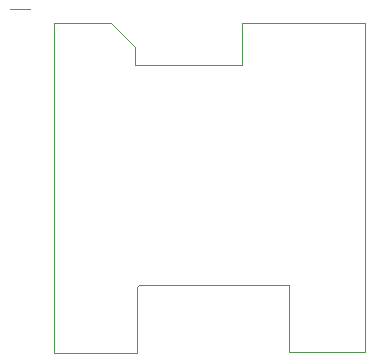
<source format=gko>
G04*
G04 #@! TF.GenerationSoftware,Altium Limited,Altium Designer,22.6.1 (34)*
G04*
G04 Layer_Color=16711935*
%FSLAX44Y44*%
%MOMM*%
G71*
G04*
G04 #@! TF.SameCoordinates,CFF22713-5BA4-4343-9F65-DF9A29BEA822*
G04*
G04*
G04 #@! TF.FilePolarity,Positive*
G04*
G01*
G75*
%ADD10C,0.1000*%
D10*
X805720Y872955D02*
X823104D01*
X843753Y581657D02*
X853913D01*
X843753D02*
Y763270D01*
X913751Y581657D02*
Y637159D01*
X915399Y638807D02*
X1042635D01*
Y582165D02*
Y638807D01*
Y582165D02*
X1106858D01*
X843753Y581657D02*
X913751D01*
X912333Y825480D02*
X1002546D01*
Y861014D01*
Y860999D02*
X1106858D01*
X843753Y760862D02*
Y861057D01*
X843628Y760737D02*
X843753Y760862D01*
X1106858Y582165D02*
Y860999D01*
X913751Y637159D02*
X915399Y638807D01*
X912333Y825480D02*
Y840157D01*
X891491Y860999D02*
X912333Y840157D01*
X843753Y860999D02*
X891491D01*
M02*

</source>
